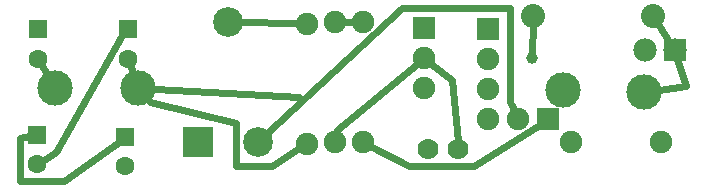
<source format=gbl>
G04 MADE WITH FRITZING*
G04 WWW.FRITZING.ORG*
G04 DOUBLE SIDED*
G04 HOLES PLATED*
G04 CONTOUR ON CENTER OF CONTOUR VECTOR*
%ASAXBY*%
%FSLAX23Y23*%
%MOIN*%
%OFA0B0*%
%SFA1.0B1.0*%
%ADD10C,0.078000*%
%ADD11C,0.118110*%
%ADD12C,0.039370*%
%ADD13C,0.062992*%
%ADD14C,0.075000*%
%ADD15C,0.099000*%
%ADD16C,0.070000*%
%ADD17C,0.080000*%
%ADD18R,0.078000X0.078000*%
%ADD19R,0.062992X0.062992*%
%ADD20R,0.075000X0.075000*%
%ADD21R,0.099000X0.099000*%
%ADD22C,0.024000*%
%LNCOPPER0*%
G90*
G70*
G54D10*
X2265Y484D03*
X2165Y484D03*
G54D11*
X476Y360D03*
X200Y358D03*
X2163Y344D03*
X1893Y353D03*
G54D12*
X1788Y457D03*
G54D13*
X434Y196D03*
X434Y98D03*
X143Y554D03*
X143Y455D03*
G54D14*
X1643Y255D03*
X1743Y255D03*
X1843Y255D03*
X1919Y179D03*
X2219Y179D03*
G54D15*
X876Y180D03*
X676Y180D03*
X776Y580D03*
G54D14*
X1038Y173D03*
X1038Y573D03*
X1225Y178D03*
X1225Y578D03*
X1429Y358D03*
X1429Y458D03*
X1429Y558D03*
X1132Y178D03*
X1132Y578D03*
G54D16*
X1443Y155D03*
X1543Y155D03*
G54D14*
X1643Y355D03*
X1643Y455D03*
X1643Y555D03*
G54D17*
X1794Y598D03*
X2194Y598D03*
G54D13*
X140Y203D03*
X140Y104D03*
X443Y554D03*
X443Y455D03*
G54D18*
X2265Y484D03*
G54D19*
X434Y196D03*
X143Y554D03*
G54D20*
X1843Y255D03*
G54D21*
X676Y180D03*
G54D20*
X1429Y558D03*
X1643Y555D03*
G54D19*
X140Y203D03*
X443Y554D03*
G54D22*
X452Y430D02*
X459Y407D01*
D02*
X156Y432D02*
X175Y401D01*
D02*
X1011Y328D02*
X476Y360D01*
D02*
X1010Y574D02*
X808Y579D01*
D02*
X1452Y440D02*
X1524Y385D01*
X1524Y385D02*
X1541Y181D01*
D02*
X1138Y206D02*
X1140Y217D01*
X1140Y217D02*
X1407Y439D01*
D02*
X1819Y240D02*
X1596Y97D01*
X1596Y97D02*
X1380Y97D01*
X1380Y97D02*
X1250Y164D01*
D02*
X1160Y578D02*
X1196Y578D01*
D02*
X899Y201D02*
X1356Y625D01*
X1356Y625D02*
X1716Y625D01*
X1716Y625D02*
X1716Y313D01*
X1716Y313D02*
X1731Y281D01*
D02*
X163Y119D02*
X204Y145D01*
X204Y145D02*
X420Y529D01*
X420Y529D02*
X425Y534D01*
D02*
X2210Y571D02*
X2249Y510D01*
D02*
X1014Y157D02*
X924Y97D01*
D02*
X924Y97D02*
X804Y97D01*
D02*
X804Y97D02*
X804Y241D01*
D02*
X804Y241D02*
X516Y313D01*
D02*
X516Y313D02*
X509Y321D01*
D02*
X1793Y567D02*
X1789Y476D01*
D02*
X114Y198D02*
X84Y193D01*
X84Y193D02*
X84Y49D01*
X84Y49D02*
X228Y49D01*
X228Y49D02*
X412Y180D01*
D02*
X2303Y366D02*
X2213Y352D01*
D02*
X2274Y456D02*
X2303Y366D01*
G04 End of Copper0*
M02*
</source>
